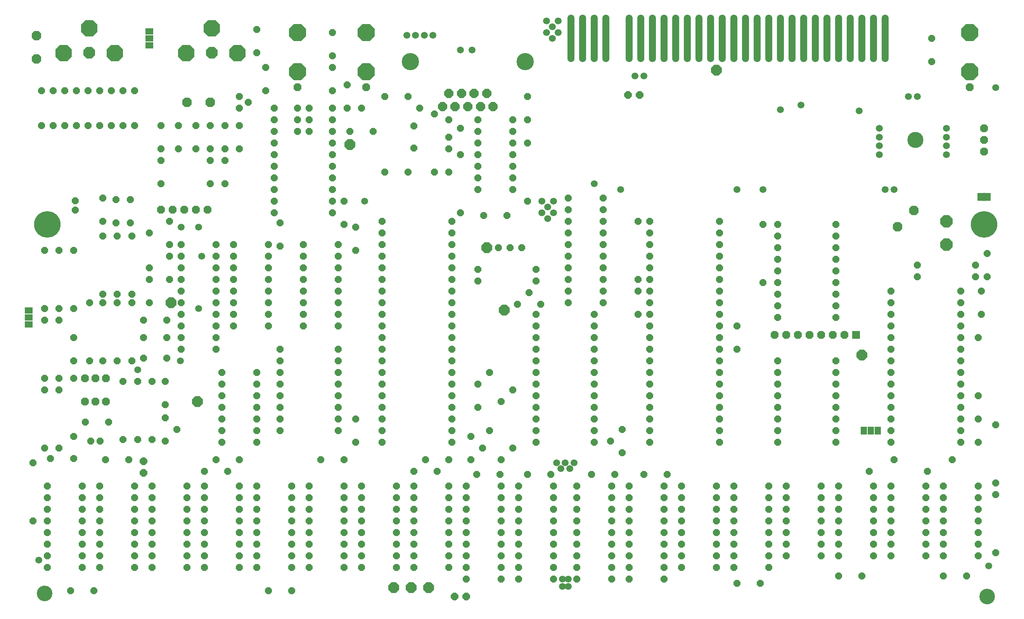
<source format=gts>
G04 EAGLE Gerber RS-274X export*
G75*
%MOMM*%
%FSLAX34Y34*%
%LPD*%
%INTop Soldermask*%
%IPPOS*%
%AMOC8*
5,1,8,0,0,1.08239X$1,22.5*%
G01*
%ADD10C,3.403200*%
%ADD11C,5.791200*%
%ADD12C,1.503200*%
%ADD13P,2.969212X8X112.500000*%
%ADD14P,1.649562X8X112.500000*%
%ADD15P,1.649562X8X292.500000*%
%ADD16P,1.649562X8X202.500000*%
%ADD17P,2.281895X8X247.500000*%
%ADD18P,1.649562X8X22.500000*%
%ADD19P,2.281895X8X112.500000*%
%ADD20P,1.869504X8X202.500000*%
%ADD21C,3.505200*%
%ADD22P,2.158177X8X202.500000*%
%ADD23C,3.759200*%
%ADD24P,1.869504X8X112.500000*%
%ADD25P,1.852186X8X292.500000*%
%ADD26R,1.711200X1.711200*%
%ADD27P,2.556822X8X202.500000*%
%ADD28P,2.556822X8X22.500000*%
%ADD29C,1.340609*%
%ADD30P,4.025625X8X202.500000*%
%ADD31P,1.852186X8X22.500000*%
%ADD32P,2.817678X8X22.500000*%
%ADD33P,3.917386X8X22.500000*%
%ADD34P,2.281895X8X22.500000*%
%ADD35R,1.371600X1.803400*%
%ADD36R,0.152400X1.828800*%
%ADD37P,1.759533X8X22.500000*%
%ADD38R,1.803400X1.371600*%
%ADD39P,1.759533X8X292.500000*%
%ADD40P,1.759533X8X112.500000*%
%ADD41C,1.511200*%


D10*
X63500Y50800D03*
D11*
X69850Y857250D03*
X2114550Y857250D03*
D10*
X2120900Y44450D03*
D12*
X50800Y123825D03*
X2139950Y1155700D03*
D13*
X2032000Y812800D03*
X2032000Y863600D03*
D14*
X2108200Y660400D03*
X2108200Y711200D03*
X2120900Y742950D03*
X2120900Y793750D03*
X2101850Y381000D03*
X2101850Y431800D03*
D15*
X1574800Y635000D03*
X1574800Y584200D03*
X1358900Y711200D03*
X1358900Y660400D03*
D16*
X1422400Y311150D03*
X1371600Y311150D03*
X1308100Y311150D03*
X1257300Y311150D03*
D17*
X1961061Y887911D03*
X1925139Y851989D03*
D16*
X1168400Y311150D03*
X1117600Y311150D03*
X1057275Y311150D03*
X1006475Y311150D03*
D15*
X742950Y431800D03*
X742950Y381000D03*
X2000250Y1263650D03*
X2000250Y1212850D03*
D14*
X219075Y860425D03*
X219075Y911225D03*
D15*
X317500Y1073150D03*
X317500Y1022350D03*
D14*
X355600Y1022350D03*
X355600Y1073150D03*
X250825Y860425D03*
X250825Y911225D03*
X190500Y863600D03*
X190500Y914400D03*
D15*
X527050Y1282700D03*
X527050Y1231900D03*
D16*
X330200Y565150D03*
X279400Y565150D03*
X330200Y609600D03*
X279400Y609600D03*
X330200Y647700D03*
X279400Y647700D03*
D15*
X327025Y514350D03*
X327025Y463550D03*
D16*
X203200Y425450D03*
X152400Y425450D03*
X164465Y384175D03*
X184785Y384175D03*
D18*
X76200Y346075D03*
X127000Y346075D03*
D14*
X127000Y558800D03*
X127000Y609600D03*
X130175Y908685D03*
X130175Y888365D03*
D19*
X45800Y1218800D03*
X45800Y1269600D03*
D15*
X546100Y1200150D03*
X546100Y1149350D03*
D18*
X730250Y1060450D03*
X781050Y1060450D03*
D15*
X336550Y787400D03*
X336550Y736600D03*
X717550Y908050D03*
X717550Y857250D03*
X1117600Y1136650D03*
X1117600Y1085850D03*
X946150Y1022350D03*
X946150Y971550D03*
D18*
X806450Y971550D03*
X857250Y971550D03*
D15*
X1009650Y508000D03*
X1009650Y457200D03*
D18*
X1009650Y733425D03*
X1136650Y733425D03*
D15*
X2139950Y266700D03*
X2139950Y139700D03*
D14*
X2139950Y292100D03*
X2139950Y419100D03*
D16*
X692150Y1035050D03*
X565150Y1035050D03*
D18*
X615950Y1085850D03*
X565150Y1085850D03*
D14*
X222250Y558800D03*
X222250Y685800D03*
X222250Y704850D03*
X222250Y831850D03*
X254000Y558800D03*
X254000Y685800D03*
X254000Y704850D03*
X254000Y831850D03*
D15*
X95250Y495300D03*
X95250Y368300D03*
D18*
X1663700Y558800D03*
X1790700Y558800D03*
D14*
X127000Y393700D03*
X127000Y520700D03*
X38100Y209550D03*
X38100Y336550D03*
D15*
X63500Y647700D03*
X63500Y520700D03*
X95250Y647700D03*
X95250Y520700D03*
D14*
X63500Y673100D03*
X63500Y800100D03*
D15*
X692150Y1149350D03*
X692150Y1200150D03*
D18*
X692150Y1060450D03*
X641350Y1060450D03*
D14*
X190500Y704850D03*
X190500Y831850D03*
D18*
X1663700Y533400D03*
X1790700Y533400D03*
X1663700Y508000D03*
X1790700Y508000D03*
X1663700Y381000D03*
X1790700Y381000D03*
X1663700Y406400D03*
X1790700Y406400D03*
X1663700Y431800D03*
X1790700Y431800D03*
X1663700Y457200D03*
X1790700Y457200D03*
X1663700Y482600D03*
X1790700Y482600D03*
D16*
X1536700Y381000D03*
X1536700Y406400D03*
X1536700Y533400D03*
X1536700Y558800D03*
X1536700Y431800D03*
X1536700Y457200D03*
X1536700Y508000D03*
X1536700Y482600D03*
X1536700Y584200D03*
X1536700Y609600D03*
X1536700Y635000D03*
X1536700Y660400D03*
X1536700Y685800D03*
X1536700Y711200D03*
X1536700Y736600D03*
X1536700Y762000D03*
X1536700Y787400D03*
X1536700Y812800D03*
X1536700Y838200D03*
X1536700Y863600D03*
X1384300Y863600D03*
X1384300Y838200D03*
X1384300Y812800D03*
X1384300Y787400D03*
X1384300Y762000D03*
X1384300Y736600D03*
X1384300Y711200D03*
X1384300Y685800D03*
X1384300Y660400D03*
X1384300Y635000D03*
X1384300Y609600D03*
X1384300Y584200D03*
X1384300Y558800D03*
X1384300Y533400D03*
X1384300Y508000D03*
X1384300Y482600D03*
X1384300Y457200D03*
X1384300Y431800D03*
X1384300Y406400D03*
X1384300Y381000D03*
X438150Y584200D03*
X438150Y609600D03*
X438150Y736600D03*
X438150Y762000D03*
X438150Y635000D03*
X438150Y660400D03*
X438150Y711200D03*
X438150Y685800D03*
X438150Y787400D03*
X438150Y812800D03*
X361950Y812800D03*
X361950Y787400D03*
X361950Y762000D03*
X361950Y736600D03*
X361950Y711200D03*
X361950Y685800D03*
X361950Y660400D03*
X361950Y635000D03*
X361950Y609600D03*
X361950Y584200D03*
D14*
X57150Y1073150D03*
X82550Y1073150D03*
X209550Y1073150D03*
X234950Y1073150D03*
X107950Y1073150D03*
X133350Y1073150D03*
X184150Y1073150D03*
X158750Y1073150D03*
X260350Y1073150D03*
X260350Y1149350D03*
X234950Y1149350D03*
X209550Y1149350D03*
X184150Y1149350D03*
X158750Y1149350D03*
X133350Y1149350D03*
X107950Y1149350D03*
X82550Y1149350D03*
X57150Y1149350D03*
D16*
X146050Y107950D03*
X146050Y133350D03*
X146050Y260350D03*
X146050Y285750D03*
X146050Y158750D03*
X146050Y184150D03*
X146050Y234950D03*
X146050Y209550D03*
X69850Y285750D03*
X69850Y260350D03*
X69850Y234950D03*
X69850Y209550D03*
X69850Y184150D03*
X69850Y158750D03*
X69850Y133350D03*
X69850Y107950D03*
X260350Y107950D03*
X260350Y133350D03*
X260350Y260350D03*
X260350Y285750D03*
X260350Y158750D03*
X260350Y184150D03*
X260350Y234950D03*
X260350Y209550D03*
X184150Y285750D03*
X184150Y260350D03*
X184150Y234950D03*
X184150Y209550D03*
X184150Y184150D03*
X184150Y158750D03*
X184150Y133350D03*
X184150Y107950D03*
X374650Y107950D03*
X374650Y133350D03*
X374650Y260350D03*
X374650Y285750D03*
X374650Y158750D03*
X374650Y184150D03*
X374650Y234950D03*
X374650Y209550D03*
X298450Y285750D03*
X298450Y260350D03*
X298450Y234950D03*
X298450Y209550D03*
X298450Y184150D03*
X298450Y158750D03*
X298450Y133350D03*
X298450Y107950D03*
X488950Y107950D03*
X488950Y133350D03*
X488950Y260350D03*
X488950Y285750D03*
X488950Y158750D03*
X488950Y184150D03*
X488950Y234950D03*
X488950Y209550D03*
X412750Y285750D03*
X412750Y260350D03*
X412750Y234950D03*
X412750Y209550D03*
X412750Y184150D03*
X412750Y158750D03*
X412750Y133350D03*
X412750Y107950D03*
X603250Y107950D03*
X603250Y133350D03*
X603250Y260350D03*
X603250Y285750D03*
X603250Y158750D03*
X603250Y184150D03*
X603250Y234950D03*
X603250Y209550D03*
X527050Y285750D03*
X527050Y260350D03*
X527050Y234950D03*
X527050Y209550D03*
X527050Y184150D03*
X527050Y158750D03*
X527050Y133350D03*
X527050Y107950D03*
X717550Y107950D03*
X717550Y133350D03*
X717550Y260350D03*
X717550Y285750D03*
X717550Y158750D03*
X717550Y184150D03*
X717550Y234950D03*
X717550Y209550D03*
X641350Y285750D03*
X641350Y260350D03*
X641350Y234950D03*
X641350Y209550D03*
X641350Y184150D03*
X641350Y158750D03*
X641350Y133350D03*
X641350Y107950D03*
X831850Y107950D03*
X831850Y133350D03*
X831850Y260350D03*
X831850Y285750D03*
X831850Y158750D03*
X831850Y184150D03*
X831850Y234950D03*
X831850Y209550D03*
X755650Y285750D03*
X755650Y260350D03*
X755650Y234950D03*
X755650Y209550D03*
X755650Y184150D03*
X755650Y158750D03*
X755650Y133350D03*
X755650Y107950D03*
X2063750Y381000D03*
X2063750Y406400D03*
X2063750Y533400D03*
X2063750Y558800D03*
X2063750Y431800D03*
X2063750Y457200D03*
X2063750Y508000D03*
X2063750Y482600D03*
X2063750Y584200D03*
X2063750Y609600D03*
X2063750Y635000D03*
X2063750Y660400D03*
X2063750Y685800D03*
X2063750Y711200D03*
X1911350Y711200D03*
X1911350Y685800D03*
X1911350Y660400D03*
X1911350Y635000D03*
X1911350Y609600D03*
X1911350Y584200D03*
X1911350Y558800D03*
X1911350Y533400D03*
X1911350Y508000D03*
X1911350Y482600D03*
X1911350Y457200D03*
X1911350Y431800D03*
X1911350Y406400D03*
X1911350Y381000D03*
X946150Y107950D03*
X946150Y133350D03*
X946150Y260350D03*
X946150Y285750D03*
X946150Y158750D03*
X946150Y184150D03*
X946150Y234950D03*
X946150Y209550D03*
X869950Y285750D03*
X869950Y260350D03*
X869950Y234950D03*
X869950Y209550D03*
X869950Y184150D03*
X869950Y158750D03*
X869950Y133350D03*
X869950Y107950D03*
X1416050Y82550D03*
X1416050Y107950D03*
X1416050Y234950D03*
X1416050Y260350D03*
X1416050Y133350D03*
X1416050Y158750D03*
X1416050Y209550D03*
X1416050Y184150D03*
X1416050Y285750D03*
X1339850Y285750D03*
X1339850Y260350D03*
X1339850Y234950D03*
X1339850Y209550D03*
X1339850Y184150D03*
X1339850Y158750D03*
X1339850Y133350D03*
X1339850Y107950D03*
X1339850Y82550D03*
X1174750Y82550D03*
X1174750Y107950D03*
X1174750Y234950D03*
X1174750Y260350D03*
X1174750Y133350D03*
X1174750Y158750D03*
X1174750Y209550D03*
X1174750Y184150D03*
X1174750Y285750D03*
X1098550Y285750D03*
X1098550Y260350D03*
X1098550Y234950D03*
X1098550Y209550D03*
X1098550Y184150D03*
X1098550Y158750D03*
X1098550Y133350D03*
X1098550Y107950D03*
X1098550Y82550D03*
X1301750Y82550D03*
X1301750Y107950D03*
X1301750Y234950D03*
X1301750Y260350D03*
X1301750Y133350D03*
X1301750Y158750D03*
X1301750Y209550D03*
X1301750Y184150D03*
X1301750Y285750D03*
X1225550Y285750D03*
X1225550Y260350D03*
X1225550Y234950D03*
X1225550Y209550D03*
X1225550Y184150D03*
X1225550Y158750D03*
X1225550Y133350D03*
X1225550Y107950D03*
X1225550Y82550D03*
X1060450Y82550D03*
X1060450Y107950D03*
X1060450Y234950D03*
X1060450Y260350D03*
X1060450Y133350D03*
X1060450Y158750D03*
X1060450Y209550D03*
X1060450Y184150D03*
X1060450Y285750D03*
X984250Y285750D03*
X984250Y260350D03*
X984250Y234950D03*
X984250Y209550D03*
X984250Y184150D03*
X984250Y158750D03*
X984250Y133350D03*
X984250Y107950D03*
X984250Y82550D03*
X1987550Y133350D03*
X1987550Y158750D03*
X1987550Y285750D03*
X1911350Y285750D03*
X1987550Y184150D03*
X1987550Y209550D03*
X1987550Y260350D03*
X1987550Y234950D03*
X1911350Y260350D03*
X1911350Y234950D03*
X1911350Y209550D03*
X1911350Y184150D03*
X1911350Y158750D03*
X1911350Y133350D03*
X1873250Y133350D03*
X1873250Y158750D03*
X1873250Y285750D03*
X1797050Y285750D03*
X1873250Y184150D03*
X1873250Y209550D03*
X1873250Y260350D03*
X1873250Y234950D03*
X1797050Y260350D03*
X1797050Y234950D03*
X1797050Y209550D03*
X1797050Y184150D03*
X1797050Y158750D03*
X1797050Y133350D03*
X2101850Y133350D03*
X2101850Y158750D03*
X2101850Y285750D03*
X2025650Y285750D03*
X2101850Y184150D03*
X2101850Y209550D03*
X2101850Y260350D03*
X2101850Y234950D03*
X2025650Y260350D03*
X2025650Y234950D03*
X2025650Y209550D03*
X2025650Y184150D03*
X2025650Y158750D03*
X2025650Y133350D03*
X1085850Y933450D03*
X1085850Y958850D03*
X1085850Y1085850D03*
X1009650Y1085850D03*
X1085850Y984250D03*
X1085850Y1009650D03*
X1085850Y1060450D03*
X1085850Y1035050D03*
X1009650Y1060450D03*
X1009650Y1035050D03*
X1009650Y1009650D03*
X1009650Y984250D03*
X1009650Y958850D03*
X1009650Y933450D03*
X952500Y381000D03*
X952500Y406400D03*
X952500Y533400D03*
X952500Y558800D03*
X952500Y431800D03*
X952500Y457200D03*
X952500Y508000D03*
X952500Y482600D03*
X952500Y584200D03*
X952500Y609600D03*
X952500Y635000D03*
X952500Y660400D03*
X952500Y685800D03*
X952500Y711200D03*
X952500Y736600D03*
X952500Y762000D03*
X952500Y787400D03*
X952500Y812800D03*
X952500Y838200D03*
X952500Y863600D03*
X800100Y863600D03*
X800100Y838200D03*
X800100Y812800D03*
X800100Y787400D03*
X800100Y762000D03*
X800100Y736600D03*
X800100Y711200D03*
X800100Y685800D03*
X800100Y660400D03*
X800100Y635000D03*
X800100Y609600D03*
X800100Y584200D03*
X800100Y558800D03*
X800100Y533400D03*
X800100Y508000D03*
X800100Y482600D03*
X800100Y457200D03*
X800100Y431800D03*
X800100Y406400D03*
X800100Y381000D03*
X527050Y381000D03*
X527050Y406400D03*
X527050Y533400D03*
X450850Y533400D03*
X527050Y431800D03*
X527050Y457200D03*
X527050Y508000D03*
X527050Y482600D03*
X450850Y508000D03*
X450850Y482600D03*
X450850Y457200D03*
X450850Y431800D03*
X450850Y406400D03*
X450850Y381000D03*
X1758950Y133350D03*
X1758950Y158750D03*
X1758950Y285750D03*
X1682750Y285750D03*
X1758950Y184150D03*
X1758950Y209550D03*
X1758950Y260350D03*
X1758950Y234950D03*
X1682750Y260350D03*
X1682750Y234950D03*
X1682750Y209550D03*
X1682750Y184150D03*
X1682750Y158750D03*
X1682750Y133350D03*
X1644650Y107950D03*
X1644650Y133350D03*
X1644650Y260350D03*
X1644650Y285750D03*
X1644650Y158750D03*
X1644650Y184150D03*
X1644650Y234950D03*
X1644650Y209550D03*
X1568450Y285750D03*
X1568450Y260350D03*
X1568450Y234950D03*
X1568450Y209550D03*
X1568450Y184150D03*
X1568450Y158750D03*
X1568450Y133350D03*
X1568450Y107950D03*
X1530350Y107950D03*
X1530350Y133350D03*
X1530350Y260350D03*
X1530350Y285750D03*
X1530350Y158750D03*
X1530350Y184150D03*
X1530350Y234950D03*
X1530350Y209550D03*
X1454150Y285750D03*
X1454150Y260350D03*
X1454150Y234950D03*
X1454150Y209550D03*
X1454150Y184150D03*
X1454150Y158750D03*
X1454150Y133350D03*
X1454150Y107950D03*
X704850Y635000D03*
X704850Y660400D03*
X704850Y787400D03*
X704850Y812800D03*
X704850Y685800D03*
X704850Y711200D03*
X704850Y762000D03*
X704850Y736600D03*
X628650Y812800D03*
X628650Y787400D03*
X628650Y762000D03*
X628650Y736600D03*
X628650Y711200D03*
X628650Y685800D03*
X628650Y660400D03*
X628650Y635000D03*
X552450Y635000D03*
X552450Y660400D03*
X552450Y787400D03*
X552450Y812800D03*
X552450Y685800D03*
X552450Y711200D03*
X552450Y762000D03*
X552450Y736600D03*
X476250Y812800D03*
X476250Y787400D03*
X476250Y762000D03*
X476250Y736600D03*
X476250Y711200D03*
X476250Y685800D03*
X476250Y660400D03*
X476250Y635000D03*
D20*
X2114550Y1016000D03*
X2114550Y1041400D03*
X2114550Y1066800D03*
D21*
X1964690Y1041400D03*
D14*
X292100Y762000D03*
X292100Y838200D03*
D22*
X932053Y1114449D03*
X959739Y1114449D03*
X987425Y1114449D03*
X1015111Y1114449D03*
X1042797Y1114449D03*
X945896Y1142885D03*
X973582Y1142885D03*
X1001268Y1142885D03*
X1028954Y1142885D03*
D23*
X1112838Y1212850D03*
X862013Y1212850D03*
D16*
X1323975Y409575D03*
X1323975Y358775D03*
X1298575Y384175D03*
D18*
X993775Y342900D03*
X993775Y393700D03*
X1019175Y368300D03*
X946150Y1085850D03*
X971550Y1066800D03*
X946150Y1047750D03*
X327025Y384175D03*
X327025Y434975D03*
X352425Y409575D03*
D24*
X151765Y469900D03*
X174625Y469900D03*
X197485Y469900D03*
X151765Y520700D03*
X174625Y520700D03*
X197485Y520700D03*
D14*
X1146175Y682625D03*
X1095375Y682625D03*
X1120775Y708025D03*
D18*
X1136650Y635000D03*
X1263650Y635000D03*
D16*
X704850Y558800D03*
X577850Y558800D03*
X704850Y533400D03*
X577850Y533400D03*
X704850Y508000D03*
X577850Y508000D03*
X704850Y482600D03*
X577850Y482600D03*
X704850Y457200D03*
X577850Y457200D03*
X704850Y431800D03*
X577850Y431800D03*
D18*
X577850Y406400D03*
X704850Y406400D03*
D16*
X1790700Y857250D03*
X1663700Y857250D03*
X1790700Y831850D03*
X1663700Y831850D03*
X1790700Y806450D03*
X1663700Y806450D03*
D18*
X1136650Y609600D03*
X1263650Y609600D03*
D16*
X1790700Y781050D03*
X1663700Y781050D03*
X1790700Y755650D03*
X1663700Y755650D03*
X1790700Y730250D03*
X1663700Y730250D03*
X1790700Y704850D03*
X1663700Y704850D03*
X1790700Y679450D03*
X1663700Y679450D03*
D18*
X1136650Y406400D03*
X1263650Y406400D03*
D16*
X2044700Y342900D03*
X1917700Y342900D03*
X1263650Y381000D03*
X1136650Y381000D03*
D14*
X2101850Y482600D03*
X2101850Y609600D03*
X1358900Y736600D03*
X1358900Y863600D03*
D18*
X1136650Y584200D03*
X1263650Y584200D03*
D15*
X1631950Y857250D03*
X1631950Y730250D03*
D16*
X2095500Y768350D03*
X1968500Y768350D03*
D18*
X1663700Y654050D03*
X1790700Y654050D03*
X1863725Y317500D03*
X1990725Y317500D03*
D16*
X1136650Y758825D03*
X1009650Y758825D03*
X692150Y984250D03*
X565150Y984250D03*
X692150Y958850D03*
X565150Y958850D03*
X692150Y933450D03*
X565150Y933450D03*
X692150Y908050D03*
X565150Y908050D03*
X692150Y882650D03*
X565150Y882650D03*
D18*
X1136650Y558800D03*
X1263650Y558800D03*
X565150Y1009650D03*
X692150Y1009650D03*
D16*
X615950Y1060450D03*
X565150Y1060450D03*
X615950Y1111250D03*
X565150Y1111250D03*
D15*
X1117600Y1035050D03*
X1117600Y908050D03*
X914400Y1098550D03*
X914400Y971550D03*
D18*
X1968500Y742950D03*
X2095500Y742950D03*
D16*
X882650Y1111250D03*
X755650Y1111250D03*
D14*
X971550Y882650D03*
X971550Y1009650D03*
D15*
X1085850Y495300D03*
X1085850Y368300D03*
D14*
X1035050Y406400D03*
X1035050Y533400D03*
D18*
X1136650Y533400D03*
X1263650Y533400D03*
D14*
X1060450Y342900D03*
X1060450Y469900D03*
D18*
X1136650Y431800D03*
X1263650Y431800D03*
D15*
X425450Y1073150D03*
X425450Y1022350D03*
D14*
X393700Y1022350D03*
X393700Y1073150D03*
D18*
X1136650Y508000D03*
X1263650Y508000D03*
D15*
X127000Y800100D03*
X127000Y673100D03*
D14*
X298450Y387350D03*
X298450Y514350D03*
X234950Y387350D03*
X234950Y514350D03*
X266700Y387350D03*
X266700Y514350D03*
X63500Y368300D03*
X63500Y495300D03*
X95250Y673100D03*
X95250Y800100D03*
D18*
X806450Y1136650D03*
X857250Y1136650D03*
X1136650Y482600D03*
X1263650Y482600D03*
D15*
X692150Y1276350D03*
X692150Y1225550D03*
X292100Y736600D03*
X292100Y685800D03*
X336550Y863600D03*
X336550Y812800D03*
D18*
X641350Y1111250D03*
X692150Y1111250D03*
X641350Y1085850D03*
X692150Y1085850D03*
D14*
X161925Y558800D03*
X161925Y685800D03*
D18*
X1136650Y457200D03*
X1263650Y457200D03*
D16*
X704850Y584200D03*
X577850Y584200D03*
D18*
X1136650Y660400D03*
X1263650Y660400D03*
D25*
X419100Y889000D03*
X393700Y889000D03*
X368300Y889000D03*
X342900Y889000D03*
X317500Y889000D03*
D26*
X1835150Y615950D03*
D25*
X1809750Y615950D03*
X1784350Y615950D03*
X1758950Y615950D03*
X1733550Y615950D03*
X1708150Y615950D03*
X1682750Y615950D03*
X1657350Y615950D03*
D27*
X1066800Y669925D03*
X1530350Y1193800D03*
X901700Y63500D03*
X825500Y63500D03*
X863600Y63500D03*
X396875Y469900D03*
D28*
X1028700Y806450D03*
D29*
X1213513Y1218537D02*
X1213513Y1308763D01*
X1213513Y1218537D02*
X1212187Y1218537D01*
X1212187Y1308763D01*
X1213513Y1308763D01*
X1213513Y1231273D02*
X1212187Y1231273D01*
X1212187Y1244009D02*
X1213513Y1244009D01*
X1213513Y1256745D02*
X1212187Y1256745D01*
X1212187Y1269481D02*
X1213513Y1269481D01*
X1213513Y1282217D02*
X1212187Y1282217D01*
X1212187Y1294953D02*
X1213513Y1294953D01*
X1213513Y1307689D02*
X1212187Y1307689D01*
X1238913Y1308763D02*
X1238913Y1218537D01*
X1237587Y1218537D01*
X1237587Y1308763D01*
X1238913Y1308763D01*
X1238913Y1231273D02*
X1237587Y1231273D01*
X1237587Y1244009D02*
X1238913Y1244009D01*
X1238913Y1256745D02*
X1237587Y1256745D01*
X1237587Y1269481D02*
X1238913Y1269481D01*
X1238913Y1282217D02*
X1237587Y1282217D01*
X1237587Y1294953D02*
X1238913Y1294953D01*
X1238913Y1307689D02*
X1237587Y1307689D01*
X1264313Y1308763D02*
X1264313Y1218537D01*
X1262987Y1218537D01*
X1262987Y1308763D01*
X1264313Y1308763D01*
X1264313Y1231273D02*
X1262987Y1231273D01*
X1262987Y1244009D02*
X1264313Y1244009D01*
X1264313Y1256745D02*
X1262987Y1256745D01*
X1262987Y1269481D02*
X1264313Y1269481D01*
X1264313Y1282217D02*
X1262987Y1282217D01*
X1262987Y1294953D02*
X1264313Y1294953D01*
X1264313Y1307689D02*
X1262987Y1307689D01*
X1289713Y1308763D02*
X1289713Y1218537D01*
X1288387Y1218537D01*
X1288387Y1308763D01*
X1289713Y1308763D01*
X1289713Y1231273D02*
X1288387Y1231273D01*
X1288387Y1244009D02*
X1289713Y1244009D01*
X1289713Y1256745D02*
X1288387Y1256745D01*
X1288387Y1269481D02*
X1289713Y1269481D01*
X1289713Y1282217D02*
X1288387Y1282217D01*
X1288387Y1294953D02*
X1289713Y1294953D01*
X1289713Y1307689D02*
X1288387Y1307689D01*
X1340513Y1308763D02*
X1340513Y1218537D01*
X1339187Y1218537D01*
X1339187Y1308763D01*
X1340513Y1308763D01*
X1340513Y1231273D02*
X1339187Y1231273D01*
X1339187Y1244009D02*
X1340513Y1244009D01*
X1340513Y1256745D02*
X1339187Y1256745D01*
X1339187Y1269481D02*
X1340513Y1269481D01*
X1340513Y1282217D02*
X1339187Y1282217D01*
X1339187Y1294953D02*
X1340513Y1294953D01*
X1340513Y1307689D02*
X1339187Y1307689D01*
X1365913Y1308763D02*
X1365913Y1218537D01*
X1364587Y1218537D01*
X1364587Y1308763D01*
X1365913Y1308763D01*
X1365913Y1231273D02*
X1364587Y1231273D01*
X1364587Y1244009D02*
X1365913Y1244009D01*
X1365913Y1256745D02*
X1364587Y1256745D01*
X1364587Y1269481D02*
X1365913Y1269481D01*
X1365913Y1282217D02*
X1364587Y1282217D01*
X1364587Y1294953D02*
X1365913Y1294953D01*
X1365913Y1307689D02*
X1364587Y1307689D01*
X1391313Y1308763D02*
X1391313Y1218537D01*
X1389987Y1218537D01*
X1389987Y1308763D01*
X1391313Y1308763D01*
X1391313Y1231273D02*
X1389987Y1231273D01*
X1389987Y1244009D02*
X1391313Y1244009D01*
X1391313Y1256745D02*
X1389987Y1256745D01*
X1389987Y1269481D02*
X1391313Y1269481D01*
X1391313Y1282217D02*
X1389987Y1282217D01*
X1389987Y1294953D02*
X1391313Y1294953D01*
X1391313Y1307689D02*
X1389987Y1307689D01*
X1416713Y1308763D02*
X1416713Y1218537D01*
X1415387Y1218537D01*
X1415387Y1308763D01*
X1416713Y1308763D01*
X1416713Y1231273D02*
X1415387Y1231273D01*
X1415387Y1244009D02*
X1416713Y1244009D01*
X1416713Y1256745D02*
X1415387Y1256745D01*
X1415387Y1269481D02*
X1416713Y1269481D01*
X1416713Y1282217D02*
X1415387Y1282217D01*
X1415387Y1294953D02*
X1416713Y1294953D01*
X1416713Y1307689D02*
X1415387Y1307689D01*
X1442113Y1308763D02*
X1442113Y1218537D01*
X1440787Y1218537D01*
X1440787Y1308763D01*
X1442113Y1308763D01*
X1442113Y1231273D02*
X1440787Y1231273D01*
X1440787Y1244009D02*
X1442113Y1244009D01*
X1442113Y1256745D02*
X1440787Y1256745D01*
X1440787Y1269481D02*
X1442113Y1269481D01*
X1442113Y1282217D02*
X1440787Y1282217D01*
X1440787Y1294953D02*
X1442113Y1294953D01*
X1442113Y1307689D02*
X1440787Y1307689D01*
X1467513Y1308763D02*
X1467513Y1218537D01*
X1466187Y1218537D01*
X1466187Y1308763D01*
X1467513Y1308763D01*
X1467513Y1231273D02*
X1466187Y1231273D01*
X1466187Y1244009D02*
X1467513Y1244009D01*
X1467513Y1256745D02*
X1466187Y1256745D01*
X1466187Y1269481D02*
X1467513Y1269481D01*
X1467513Y1282217D02*
X1466187Y1282217D01*
X1466187Y1294953D02*
X1467513Y1294953D01*
X1467513Y1307689D02*
X1466187Y1307689D01*
X1492913Y1308763D02*
X1492913Y1218537D01*
X1491587Y1218537D01*
X1491587Y1308763D01*
X1492913Y1308763D01*
X1492913Y1231273D02*
X1491587Y1231273D01*
X1491587Y1244009D02*
X1492913Y1244009D01*
X1492913Y1256745D02*
X1491587Y1256745D01*
X1491587Y1269481D02*
X1492913Y1269481D01*
X1492913Y1282217D02*
X1491587Y1282217D01*
X1491587Y1294953D02*
X1492913Y1294953D01*
X1492913Y1307689D02*
X1491587Y1307689D01*
X1518313Y1308763D02*
X1518313Y1218537D01*
X1516987Y1218537D01*
X1516987Y1308763D01*
X1518313Y1308763D01*
X1518313Y1231273D02*
X1516987Y1231273D01*
X1516987Y1244009D02*
X1518313Y1244009D01*
X1518313Y1256745D02*
X1516987Y1256745D01*
X1516987Y1269481D02*
X1518313Y1269481D01*
X1518313Y1282217D02*
X1516987Y1282217D01*
X1516987Y1294953D02*
X1518313Y1294953D01*
X1518313Y1307689D02*
X1516987Y1307689D01*
X1543713Y1308763D02*
X1543713Y1218537D01*
X1542387Y1218537D01*
X1542387Y1308763D01*
X1543713Y1308763D01*
X1543713Y1231273D02*
X1542387Y1231273D01*
X1542387Y1244009D02*
X1543713Y1244009D01*
X1543713Y1256745D02*
X1542387Y1256745D01*
X1542387Y1269481D02*
X1543713Y1269481D01*
X1543713Y1282217D02*
X1542387Y1282217D01*
X1542387Y1294953D02*
X1543713Y1294953D01*
X1543713Y1307689D02*
X1542387Y1307689D01*
X1569113Y1308763D02*
X1569113Y1218537D01*
X1567787Y1218537D01*
X1567787Y1308763D01*
X1569113Y1308763D01*
X1569113Y1231273D02*
X1567787Y1231273D01*
X1567787Y1244009D02*
X1569113Y1244009D01*
X1569113Y1256745D02*
X1567787Y1256745D01*
X1567787Y1269481D02*
X1569113Y1269481D01*
X1569113Y1282217D02*
X1567787Y1282217D01*
X1567787Y1294953D02*
X1569113Y1294953D01*
X1569113Y1307689D02*
X1567787Y1307689D01*
X1594513Y1308763D02*
X1594513Y1218537D01*
X1593187Y1218537D01*
X1593187Y1308763D01*
X1594513Y1308763D01*
X1594513Y1231273D02*
X1593187Y1231273D01*
X1593187Y1244009D02*
X1594513Y1244009D01*
X1594513Y1256745D02*
X1593187Y1256745D01*
X1593187Y1269481D02*
X1594513Y1269481D01*
X1594513Y1282217D02*
X1593187Y1282217D01*
X1593187Y1294953D02*
X1594513Y1294953D01*
X1594513Y1307689D02*
X1593187Y1307689D01*
X1619913Y1308763D02*
X1619913Y1218537D01*
X1618587Y1218537D01*
X1618587Y1308763D01*
X1619913Y1308763D01*
X1619913Y1231273D02*
X1618587Y1231273D01*
X1618587Y1244009D02*
X1619913Y1244009D01*
X1619913Y1256745D02*
X1618587Y1256745D01*
X1618587Y1269481D02*
X1619913Y1269481D01*
X1619913Y1282217D02*
X1618587Y1282217D01*
X1618587Y1294953D02*
X1619913Y1294953D01*
X1619913Y1307689D02*
X1618587Y1307689D01*
X1645313Y1308763D02*
X1645313Y1218537D01*
X1643987Y1218537D01*
X1643987Y1308763D01*
X1645313Y1308763D01*
X1645313Y1231273D02*
X1643987Y1231273D01*
X1643987Y1244009D02*
X1645313Y1244009D01*
X1645313Y1256745D02*
X1643987Y1256745D01*
X1643987Y1269481D02*
X1645313Y1269481D01*
X1645313Y1282217D02*
X1643987Y1282217D01*
X1643987Y1294953D02*
X1645313Y1294953D01*
X1645313Y1307689D02*
X1643987Y1307689D01*
X1670713Y1308763D02*
X1670713Y1218537D01*
X1669387Y1218537D01*
X1669387Y1308763D01*
X1670713Y1308763D01*
X1670713Y1231273D02*
X1669387Y1231273D01*
X1669387Y1244009D02*
X1670713Y1244009D01*
X1670713Y1256745D02*
X1669387Y1256745D01*
X1669387Y1269481D02*
X1670713Y1269481D01*
X1670713Y1282217D02*
X1669387Y1282217D01*
X1669387Y1294953D02*
X1670713Y1294953D01*
X1670713Y1307689D02*
X1669387Y1307689D01*
X1696113Y1308763D02*
X1696113Y1218537D01*
X1694787Y1218537D01*
X1694787Y1308763D01*
X1696113Y1308763D01*
X1696113Y1231273D02*
X1694787Y1231273D01*
X1694787Y1244009D02*
X1696113Y1244009D01*
X1696113Y1256745D02*
X1694787Y1256745D01*
X1694787Y1269481D02*
X1696113Y1269481D01*
X1696113Y1282217D02*
X1694787Y1282217D01*
X1694787Y1294953D02*
X1696113Y1294953D01*
X1696113Y1307689D02*
X1694787Y1307689D01*
X1721513Y1308763D02*
X1721513Y1218537D01*
X1720187Y1218537D01*
X1720187Y1308763D01*
X1721513Y1308763D01*
X1721513Y1231273D02*
X1720187Y1231273D01*
X1720187Y1244009D02*
X1721513Y1244009D01*
X1721513Y1256745D02*
X1720187Y1256745D01*
X1720187Y1269481D02*
X1721513Y1269481D01*
X1721513Y1282217D02*
X1720187Y1282217D01*
X1720187Y1294953D02*
X1721513Y1294953D01*
X1721513Y1307689D02*
X1720187Y1307689D01*
X1746913Y1308763D02*
X1746913Y1218537D01*
X1745587Y1218537D01*
X1745587Y1308763D01*
X1746913Y1308763D01*
X1746913Y1231273D02*
X1745587Y1231273D01*
X1745587Y1244009D02*
X1746913Y1244009D01*
X1746913Y1256745D02*
X1745587Y1256745D01*
X1745587Y1269481D02*
X1746913Y1269481D01*
X1746913Y1282217D02*
X1745587Y1282217D01*
X1745587Y1294953D02*
X1746913Y1294953D01*
X1746913Y1307689D02*
X1745587Y1307689D01*
X1772313Y1308763D02*
X1772313Y1218537D01*
X1770987Y1218537D01*
X1770987Y1308763D01*
X1772313Y1308763D01*
X1772313Y1231273D02*
X1770987Y1231273D01*
X1770987Y1244009D02*
X1772313Y1244009D01*
X1772313Y1256745D02*
X1770987Y1256745D01*
X1770987Y1269481D02*
X1772313Y1269481D01*
X1772313Y1282217D02*
X1770987Y1282217D01*
X1770987Y1294953D02*
X1772313Y1294953D01*
X1772313Y1307689D02*
X1770987Y1307689D01*
X1797713Y1308763D02*
X1797713Y1218537D01*
X1796387Y1218537D01*
X1796387Y1308763D01*
X1797713Y1308763D01*
X1797713Y1231273D02*
X1796387Y1231273D01*
X1796387Y1244009D02*
X1797713Y1244009D01*
X1797713Y1256745D02*
X1796387Y1256745D01*
X1796387Y1269481D02*
X1797713Y1269481D01*
X1797713Y1282217D02*
X1796387Y1282217D01*
X1796387Y1294953D02*
X1797713Y1294953D01*
X1797713Y1307689D02*
X1796387Y1307689D01*
X1823113Y1308763D02*
X1823113Y1218537D01*
X1821787Y1218537D01*
X1821787Y1308763D01*
X1823113Y1308763D01*
X1823113Y1231273D02*
X1821787Y1231273D01*
X1821787Y1244009D02*
X1823113Y1244009D01*
X1823113Y1256745D02*
X1821787Y1256745D01*
X1821787Y1269481D02*
X1823113Y1269481D01*
X1823113Y1282217D02*
X1821787Y1282217D01*
X1821787Y1294953D02*
X1823113Y1294953D01*
X1823113Y1307689D02*
X1821787Y1307689D01*
X1848513Y1308763D02*
X1848513Y1218537D01*
X1847187Y1218537D01*
X1847187Y1308763D01*
X1848513Y1308763D01*
X1848513Y1231273D02*
X1847187Y1231273D01*
X1847187Y1244009D02*
X1848513Y1244009D01*
X1848513Y1256745D02*
X1847187Y1256745D01*
X1847187Y1269481D02*
X1848513Y1269481D01*
X1848513Y1282217D02*
X1847187Y1282217D01*
X1847187Y1294953D02*
X1848513Y1294953D01*
X1848513Y1307689D02*
X1847187Y1307689D01*
X1873913Y1308763D02*
X1873913Y1218537D01*
X1872587Y1218537D01*
X1872587Y1308763D01*
X1873913Y1308763D01*
X1873913Y1231273D02*
X1872587Y1231273D01*
X1872587Y1244009D02*
X1873913Y1244009D01*
X1873913Y1256745D02*
X1872587Y1256745D01*
X1872587Y1269481D02*
X1873913Y1269481D01*
X1873913Y1282217D02*
X1872587Y1282217D01*
X1872587Y1294953D02*
X1873913Y1294953D01*
X1873913Y1307689D02*
X1872587Y1307689D01*
X1899313Y1308763D02*
X1899313Y1218537D01*
X1897987Y1218537D01*
X1897987Y1308763D01*
X1899313Y1308763D01*
X1899313Y1231273D02*
X1897987Y1231273D01*
X1897987Y1244009D02*
X1899313Y1244009D01*
X1899313Y1256745D02*
X1897987Y1256745D01*
X1897987Y1269481D02*
X1899313Y1269481D01*
X1899313Y1282217D02*
X1897987Y1282217D01*
X1897987Y1294953D02*
X1899313Y1294953D01*
X1899313Y1307689D02*
X1897987Y1307689D01*
D30*
X615950Y1276350D03*
X615950Y1190650D03*
D31*
X615950Y1156500D03*
D30*
X2082800Y1276350D03*
X2082800Y1190650D03*
D31*
X2082800Y1156500D03*
D30*
X765175Y1276350D03*
X765175Y1190650D03*
D31*
X765175Y1156500D03*
D14*
X869950Y1023620D03*
X869950Y1071880D03*
D16*
X1104900Y806450D03*
X1079500Y806450D03*
X1054100Y806450D03*
D14*
X577850Y809625D03*
X577850Y860425D03*
D15*
X742950Y850900D03*
X742950Y800100D03*
D14*
X317500Y946150D03*
X317500Y996950D03*
D16*
X603250Y57150D03*
X552450Y57150D03*
X171450Y57150D03*
X120650Y57150D03*
X2076450Y88900D03*
X2025650Y88900D03*
X1847850Y88900D03*
X1797050Y88900D03*
X1625600Y73025D03*
X1574800Y73025D03*
X463550Y317500D03*
X412750Y317500D03*
X920750Y317500D03*
X869950Y317500D03*
X247650Y342900D03*
X196850Y342900D03*
X946150Y342900D03*
X895350Y342900D03*
X717550Y342900D03*
X666750Y342900D03*
X488950Y342900D03*
X438150Y342900D03*
X1073150Y876300D03*
X1022350Y876300D03*
D28*
X730250Y1031875D03*
X1847850Y571500D03*
X339725Y685800D03*
D15*
X488950Y1111250D03*
X508000Y1123950D03*
X488950Y1136650D03*
X457200Y1073150D03*
X457200Y1022350D03*
D32*
X428625Y1232500D03*
D33*
X484505Y1231075D03*
X372745Y1231075D03*
X428625Y1285875D03*
D14*
X723900Y1111250D03*
X723900Y1162050D03*
D34*
X374650Y1123950D03*
X425450Y1123950D03*
D15*
X488950Y1073150D03*
X488950Y1022350D03*
D16*
X1282700Y685800D03*
X1282700Y711200D03*
X1282700Y838200D03*
X1282700Y863600D03*
X1282700Y736600D03*
X1282700Y762000D03*
X1282700Y812800D03*
X1282700Y787400D03*
X1282700Y889000D03*
X1282700Y914400D03*
X1206500Y914400D03*
X1206500Y889000D03*
X1206500Y863600D03*
X1206500Y838200D03*
X1206500Y812800D03*
X1206500Y787400D03*
X1206500Y762000D03*
X1206500Y736600D03*
X1206500Y711200D03*
X1206500Y685800D03*
D35*
X2106930Y917575D03*
X2122170Y917575D03*
D36*
X2114550Y917575D03*
D37*
X279400Y314325D03*
X279400Y339725D03*
D32*
X160975Y1232500D03*
D33*
X216855Y1231075D03*
X105095Y1231075D03*
X160975Y1285875D03*
D14*
X425450Y946150D03*
X425450Y996950D03*
X457200Y946150D03*
X457200Y996950D03*
D35*
X1882140Y406400D03*
X1866900Y406400D03*
X1851660Y406400D03*
D38*
X292100Y1248410D03*
X292100Y1263650D03*
X292100Y1278890D03*
X28575Y638810D03*
X28575Y654050D03*
X28575Y669290D03*
D39*
X958850Y44450D03*
X984250Y44450D03*
D40*
X1362075Y1139825D03*
X1336675Y1139825D03*
D14*
X190500Y558800D03*
X190500Y685800D03*
D41*
X1193800Y82550D03*
X1206500Y82550D03*
X1193800Y66675D03*
X1206500Y66675D03*
X1174750Y908050D03*
X1149350Y908050D03*
X1149350Y882650D03*
X1174750Y882650D03*
X1162050Y869950D03*
X1162050Y895350D03*
X1158875Y1301750D03*
X1184275Y1301750D03*
X1184275Y1276350D03*
X1158875Y1276350D03*
X1171575Y1263650D03*
X1352550Y1181100D03*
X1371600Y1181100D03*
X1885950Y1066800D03*
X1885950Y1047750D03*
X1885950Y1028700D03*
X1885950Y1009650D03*
X2032000Y1009650D03*
X2032000Y1028700D03*
X2032000Y1047750D03*
X2032000Y1066800D03*
X1171575Y1289050D03*
X854075Y1270000D03*
X873125Y1270000D03*
X892175Y1270000D03*
X911225Y1270000D03*
X1181100Y336550D03*
X1200150Y336550D03*
X1219200Y336550D03*
X1190625Y323850D03*
X1209675Y323850D03*
X2124075Y111125D03*
X1898650Y933450D03*
X361950Y850900D03*
X1263650Y946150D03*
X1320800Y933450D03*
X1917700Y933450D03*
X1631950Y933450D03*
X1574800Y933450D03*
X762000Y908050D03*
X400050Y850900D03*
X406400Y787400D03*
X1841500Y1104900D03*
X1670050Y1108075D03*
X400050Y673100D03*
X360363Y558800D03*
X266700Y539750D03*
X971550Y1238250D03*
X1714500Y1117600D03*
X1949450Y1136650D03*
X1968500Y1136650D03*
X996950Y1238250D03*
M02*

</source>
